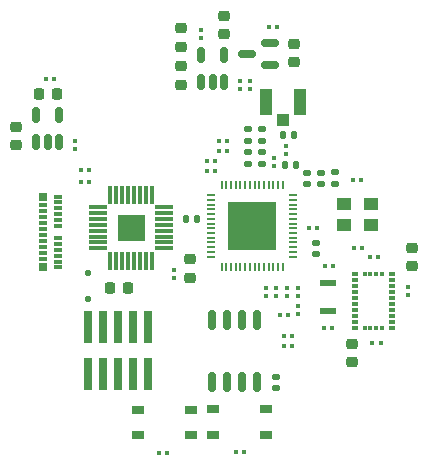
<source format=gbr>
%TF.GenerationSoftware,KiCad,Pcbnew,7.0.7*%
%TF.CreationDate,2024-10-30T15:59:06-07:00*%
%TF.ProjectId,SensingBoard_rev1.1,53656e73-696e-4674-926f-6172645f7265,rev?*%
%TF.SameCoordinates,Original*%
%TF.FileFunction,Paste,Top*%
%TF.FilePolarity,Positive*%
%FSLAX46Y46*%
G04 Gerber Fmt 4.6, Leading zero omitted, Abs format (unit mm)*
G04 Created by KiCad (PCBNEW 7.0.7) date 2024-10-30 15:59:06*
%MOMM*%
%LPD*%
G01*
G04 APERTURE LIST*
G04 Aperture macros list*
%AMRoundRect*
0 Rectangle with rounded corners*
0 $1 Rounding radius*
0 $2 $3 $4 $5 $6 $7 $8 $9 X,Y pos of 4 corners*
0 Add a 4 corners polygon primitive as box body*
4,1,4,$2,$3,$4,$5,$6,$7,$8,$9,$2,$3,0*
0 Add four circle primitives for the rounded corners*
1,1,$1+$1,$2,$3*
1,1,$1+$1,$4,$5*
1,1,$1+$1,$6,$7*
1,1,$1+$1,$8,$9*
0 Add four rect primitives between the rounded corners*
20,1,$1+$1,$2,$3,$4,$5,0*
20,1,$1+$1,$4,$5,$6,$7,0*
20,1,$1+$1,$6,$7,$8,$9,0*
20,1,$1+$1,$8,$9,$2,$3,0*%
G04 Aperture macros list end*
%ADD10C,0.010000*%
%ADD11RoundRect,0.079500X0.079500X0.100500X-0.079500X0.100500X-0.079500X-0.100500X0.079500X-0.100500X0*%
%ADD12R,0.990600X0.711200*%
%ADD13RoundRect,0.140000X-0.140000X-0.170000X0.140000X-0.170000X0.140000X0.170000X-0.140000X0.170000X0*%
%ADD14RoundRect,0.079500X0.100500X-0.079500X0.100500X0.079500X-0.100500X0.079500X-0.100500X-0.079500X0*%
%ADD15R,0.199200X0.754800*%
%ADD16R,0.754800X0.199200*%
%ADD17R,4.038600X4.038600*%
%ADD18RoundRect,0.079500X-0.079500X-0.100500X0.079500X-0.100500X0.079500X0.100500X-0.079500X0.100500X0*%
%ADD19RoundRect,0.225000X-0.225000X-0.250000X0.225000X-0.250000X0.225000X0.250000X-0.225000X0.250000X0*%
%ADD20RoundRect,0.150000X0.150000X-0.512500X0.150000X0.512500X-0.150000X0.512500X-0.150000X-0.512500X0*%
%ADD21R,1.397000X0.609600*%
%ADD22RoundRect,0.140000X-0.170000X0.140000X-0.170000X-0.140000X0.170000X-0.140000X0.170000X0.140000X0*%
%ADD23RoundRect,0.225000X0.250000X-0.225000X0.250000X0.225000X-0.250000X0.225000X-0.250000X-0.225000X0*%
%ADD24R,1.050000X2.200000*%
%ADD25R,1.050000X1.000000*%
%ADD26R,0.700000X0.300000*%
%ADD27R,0.700000X0.650000*%
%ADD28RoundRect,0.140000X0.170000X-0.140000X0.170000X0.140000X-0.170000X0.140000X-0.170000X-0.140000X0*%
%ADD29R,0.660400X2.768600*%
%ADD30RoundRect,0.150000X0.587500X0.150000X-0.587500X0.150000X-0.587500X-0.150000X0.587500X-0.150000X0*%
%ADD31RoundRect,0.150000X-0.150000X0.675000X-0.150000X-0.675000X0.150000X-0.675000X0.150000X0.675000X0*%
%ADD32RoundRect,0.218750X-0.256250X0.218750X-0.256250X-0.218750X0.256250X-0.218750X0.256250X0.218750X0*%
%ADD33R,1.300000X1.050000*%
%ADD34RoundRect,0.079500X-0.100500X0.079500X-0.100500X-0.079500X0.100500X-0.079500X0.100500X0.079500X0*%
%ADD35RoundRect,0.033750X-0.101250X0.721750X-0.101250X-0.721750X0.101250X-0.721750X0.101250X0.721750X0*%
%ADD36RoundRect,0.033750X-0.721750X0.101250X-0.721750X-0.101250X0.721750X-0.101250X0.721750X0.101250X0*%
%ADD37RoundRect,0.140000X0.140000X0.170000X-0.140000X0.170000X-0.140000X-0.170000X0.140000X-0.170000X0*%
%ADD38RoundRect,0.225000X-0.250000X0.225000X-0.250000X-0.225000X0.250000X-0.225000X0.250000X0.225000X0*%
%ADD39RoundRect,0.125000X-0.125000X0.125000X-0.125000X-0.125000X0.125000X-0.125000X0.125000X0.125000X0*%
%ADD40R,0.525000X0.300000*%
%ADD41R,0.300000X0.425000*%
G04 APERTURE END LIST*
%TO.C,U7*%
G36*
X136640900Y-61355300D02*
G01*
X135494700Y-61355300D01*
X135494700Y-60209100D01*
X136640900Y-60209100D01*
X136640900Y-61355300D01*
G37*
G36*
X135294700Y-61355300D02*
G01*
X134148500Y-61355300D01*
X134148500Y-60209100D01*
X135294700Y-60209100D01*
X135294700Y-61355300D01*
G37*
G36*
X133948500Y-61355300D02*
G01*
X132802300Y-61355300D01*
X132802300Y-60209100D01*
X133948500Y-60209100D01*
X133948500Y-61355300D01*
G37*
G36*
X136640900Y-62701500D02*
G01*
X135494700Y-62701500D01*
X135494700Y-61555300D01*
X136640900Y-61555300D01*
X136640900Y-62701500D01*
G37*
G36*
X135294700Y-62701500D02*
G01*
X134148500Y-62701500D01*
X134148500Y-61555300D01*
X135294700Y-61555300D01*
X135294700Y-62701500D01*
G37*
G36*
X133948500Y-62701500D02*
G01*
X132802300Y-62701500D01*
X132802300Y-61555300D01*
X133948500Y-61555300D01*
X133948500Y-62701500D01*
G37*
G36*
X136640900Y-64047700D02*
G01*
X135494700Y-64047700D01*
X135494700Y-62901500D01*
X136640900Y-62901500D01*
X136640900Y-64047700D01*
G37*
G36*
X135294700Y-64047700D02*
G01*
X134148500Y-64047700D01*
X134148500Y-62901500D01*
X135294700Y-62901500D01*
X135294700Y-64047700D01*
G37*
G36*
X133948500Y-64047700D02*
G01*
X132802300Y-64047700D01*
X132802300Y-62901500D01*
X133948500Y-62901500D01*
X133948500Y-64047700D01*
G37*
%TO.C,U4*%
D10*
X125540000Y-63356800D02*
X123380000Y-63356800D01*
X123380000Y-61196800D01*
X125540000Y-61196800D01*
X125540000Y-63356800D01*
G36*
X125540000Y-63356800D02*
G01*
X123380000Y-63356800D01*
X123380000Y-61196800D01*
X125540000Y-61196800D01*
X125540000Y-63356800D01*
G37*
%TD*%
D11*
%TO.C,C26*%
X136809000Y-45313600D03*
X136119000Y-45313600D03*
%TD*%
D12*
%TO.C,SW2*%
X131379799Y-77665001D03*
X135879801Y-77665001D03*
X131379799Y-79814999D03*
X135879801Y-79814999D03*
%TD*%
D13*
%TO.C,C15*%
X137322001Y-54459599D03*
X138282001Y-54459599D03*
%TD*%
D14*
%TO.C,R19*%
X135890000Y-68076600D03*
X135890000Y-67386600D03*
%TD*%
D15*
%TO.C,U7*%
X137321600Y-58675999D03*
X136921601Y-58675999D03*
X136521599Y-58675999D03*
X136121600Y-58675999D03*
X135721601Y-58675999D03*
X135321599Y-58675999D03*
X134921600Y-58675999D03*
X134521600Y-58675999D03*
X134121601Y-58675999D03*
X133721599Y-58675999D03*
X133321600Y-58675999D03*
X132921601Y-58675999D03*
X132521599Y-58675999D03*
X132121600Y-58675999D03*
D16*
X131269199Y-59528400D03*
X131269199Y-59928399D03*
X131269199Y-60328401D03*
X131269199Y-60728400D03*
X131269199Y-61128399D03*
X131269199Y-61528401D03*
X131269199Y-61928400D03*
X131269199Y-62328400D03*
X131269199Y-62728399D03*
X131269199Y-63128401D03*
X131269199Y-63528400D03*
X131269199Y-63928399D03*
X131269199Y-64328401D03*
X131269199Y-64728400D03*
D15*
X132121600Y-65580801D03*
X132521599Y-65580801D03*
X132921601Y-65580801D03*
X133321600Y-65580801D03*
X133721599Y-65580801D03*
X134121601Y-65580801D03*
X134521600Y-65580801D03*
X134921600Y-65580801D03*
X135321599Y-65580801D03*
X135721601Y-65580801D03*
X136121600Y-65580801D03*
X136521599Y-65580801D03*
X136921601Y-65580801D03*
X137321600Y-65580801D03*
D16*
X138174001Y-64728400D03*
X138174001Y-64328401D03*
X138174001Y-63928399D03*
X138174001Y-63528400D03*
X138174001Y-63128401D03*
X138174001Y-62728399D03*
X138174001Y-62328400D03*
X138174001Y-61928400D03*
X138174001Y-61528401D03*
X138174001Y-61128399D03*
X138174001Y-60728400D03*
X138174001Y-60328401D03*
X138174001Y-59928399D03*
X138174001Y-59528400D03*
D17*
X134721600Y-62128400D03*
%TD*%
D11*
%TO.C,C12*%
X141569000Y-65481200D03*
X140879000Y-65481200D03*
%TD*%
D18*
%TO.C,C17*%
X143317400Y-63957200D03*
X144007400Y-63957200D03*
%TD*%
D19*
%TO.C,C21*%
X116674600Y-50952400D03*
X118224600Y-50952400D03*
%TD*%
D20*
%TO.C,U5*%
X116448800Y-55036300D03*
X117398800Y-55036300D03*
X118348800Y-55036300D03*
X118348800Y-52761300D03*
X116448800Y-52761300D03*
%TD*%
%TO.C,U3*%
X130418800Y-49956300D03*
X131368800Y-49956300D03*
X132318800Y-49956300D03*
X132318800Y-47681300D03*
X130418800Y-47681300D03*
%TD*%
D14*
%TO.C,C20*%
X119684800Y-55600200D03*
X119684800Y-54910200D03*
%TD*%
D21*
%TO.C,XTAL2*%
X141122400Y-69316600D03*
X141122400Y-66929000D03*
%TD*%
D11*
%TO.C,R7*%
X145592800Y-72034400D03*
X144902800Y-72034400D03*
%TD*%
D14*
%TO.C,R8*%
X147929600Y-68000000D03*
X147929600Y-67310000D03*
%TD*%
D22*
%TO.C,C36*%
X140106400Y-63578800D03*
X140106400Y-64538800D03*
%TD*%
D23*
%TO.C,C5*%
X128676400Y-50152600D03*
X128676400Y-48602600D03*
%TD*%
%TO.C,C7*%
X128676400Y-46952200D03*
X128676400Y-45402200D03*
%TD*%
D24*
%TO.C,ANT1*%
X135847001Y-51616399D03*
X138797001Y-51616399D03*
D25*
X137322001Y-53141399D03*
%TD*%
D26*
%TO.C,J1*%
X118292000Y-59638400D03*
X118292000Y-60138400D03*
X118292000Y-60638400D03*
X118292000Y-61138400D03*
X118292000Y-61638400D03*
X118292000Y-62138400D03*
X118292000Y-63138400D03*
X118292000Y-63638400D03*
X118292000Y-64138400D03*
X118292000Y-64638400D03*
X118292000Y-65138400D03*
X118292000Y-65638400D03*
D27*
X116992000Y-65563400D03*
D26*
X116992000Y-64888400D03*
X116992000Y-64388400D03*
X116992000Y-63888400D03*
X116992000Y-63388400D03*
X116992000Y-62888400D03*
X116992000Y-62388400D03*
X116992000Y-61888400D03*
X116992000Y-61388400D03*
X116992000Y-60888400D03*
X116992000Y-60388400D03*
D27*
X116992000Y-59713400D03*
%TD*%
D22*
%TO.C,C30*%
X134366000Y-55908000D03*
X134366000Y-56868000D03*
%TD*%
D11*
%TO.C,R20*%
X138114600Y-71424800D03*
X137424600Y-71424800D03*
%TD*%
D28*
%TO.C,C18*%
X135534400Y-56868000D03*
X135534400Y-55908000D03*
%TD*%
D18*
%TO.C,R17*%
X131923000Y-54914800D03*
X132613000Y-54914800D03*
%TD*%
D14*
%TO.C,R1*%
X128117600Y-66522200D03*
X128117600Y-65832200D03*
%TD*%
D28*
%TO.C,C4*%
X136753600Y-75867200D03*
X136753600Y-74907200D03*
%TD*%
D29*
%TO.C,J2*%
X125933200Y-74702796D03*
X124663200Y-74702796D03*
X123393200Y-74702796D03*
X122123200Y-74702796D03*
X120853200Y-74702796D03*
X125933200Y-70662800D03*
X124663200Y-70662800D03*
X123393200Y-70662800D03*
X122123200Y-70662800D03*
X120853200Y-70662800D03*
%TD*%
D11*
%TO.C,C11*%
X141482600Y-70764400D03*
X140792600Y-70764400D03*
%TD*%
D14*
%TO.C,R11*%
X138582400Y-69574800D03*
X138582400Y-68884800D03*
%TD*%
D30*
%TO.C,U6*%
X136194800Y-48514000D03*
X136194800Y-46614000D03*
X134319800Y-47564000D03*
%TD*%
D18*
%TO.C,R16*%
X131933600Y-55778400D03*
X132623600Y-55778400D03*
%TD*%
D31*
%TO.C,U8*%
X135102600Y-70069800D03*
X133832600Y-70069800D03*
X132562600Y-70069800D03*
X131292600Y-70069800D03*
X131292600Y-75319800D03*
X132562600Y-75319800D03*
X133832600Y-75319800D03*
X135102600Y-75319800D03*
%TD*%
D28*
%TO.C,C34*%
X140563600Y-58567200D03*
X140563600Y-57607200D03*
%TD*%
D14*
%TO.C,R14*%
X136753600Y-68050800D03*
X136753600Y-67360800D03*
%TD*%
D23*
%TO.C,C10*%
X148285200Y-65545000D03*
X148285200Y-63995000D03*
%TD*%
D32*
%TO.C,D2*%
X129489200Y-64947700D03*
X129489200Y-66522700D03*
%TD*%
D11*
%TO.C,R5*%
X127508000Y-81330800D03*
X126818000Y-81330800D03*
%TD*%
D18*
%TO.C,R3*%
X120214000Y-57404000D03*
X120904000Y-57404000D03*
%TD*%
D11*
%TO.C,R12*%
X137759000Y-69646800D03*
X137069000Y-69646800D03*
%TD*%
D33*
%TO.C,Y1*%
X142512400Y-62038200D03*
X144812400Y-62038200D03*
X144812400Y-60288200D03*
X142512400Y-60288200D03*
%TD*%
D18*
%TO.C,C22*%
X117257000Y-49682400D03*
X117947000Y-49682400D03*
%TD*%
D19*
%TO.C,C13*%
X122669000Y-67360800D03*
X124219000Y-67360800D03*
%TD*%
D34*
%TO.C,L2*%
X136601200Y-56332600D03*
X136601200Y-57022600D03*
%TD*%
D11*
%TO.C,C16*%
X143916400Y-58267600D03*
X143226400Y-58267600D03*
%TD*%
D14*
%TO.C,C8*%
X130352800Y-46217400D03*
X130352800Y-45527400D03*
%TD*%
D35*
%TO.C,U4*%
X126210000Y-59476300D03*
X125710000Y-59476300D03*
X125210000Y-59476300D03*
X124710000Y-59476300D03*
X124210000Y-59476300D03*
X123710000Y-59476300D03*
X123210000Y-59476300D03*
X122710000Y-59476300D03*
D36*
X121659500Y-60526800D03*
X121659500Y-61026800D03*
X121659500Y-61526800D03*
X121659500Y-62026800D03*
X121659500Y-62526800D03*
X121659500Y-63026800D03*
X121659500Y-63526800D03*
X121659500Y-64026800D03*
D35*
X122710000Y-65077300D03*
X123210000Y-65077300D03*
X123710000Y-65077300D03*
X124210000Y-65077300D03*
X124710000Y-65077300D03*
X125210000Y-65077300D03*
X125710000Y-65077300D03*
X126210000Y-65077300D03*
D36*
X127260500Y-64026800D03*
X127260500Y-63526800D03*
X127260500Y-63026800D03*
X127260500Y-62526800D03*
X127260500Y-62026800D03*
X127260500Y-61526800D03*
X127260500Y-61026800D03*
X127260500Y-60526800D03*
%TD*%
D14*
%TO.C,R9*%
X137668000Y-68050800D03*
X137668000Y-67360800D03*
%TD*%
D13*
%TO.C,C14*%
X137492800Y-56946800D03*
X138452800Y-56946800D03*
%TD*%
D12*
%TO.C,SW1*%
X125014998Y-77673200D03*
X129515000Y-77673200D03*
X125014998Y-79823198D03*
X129515000Y-79823198D03*
%TD*%
D18*
%TO.C,R4*%
X120239000Y-58369200D03*
X120929000Y-58369200D03*
%TD*%
D11*
%TO.C,R6*%
X145379000Y-64719200D03*
X144689000Y-64719200D03*
%TD*%
D37*
%TO.C,C37*%
X130070800Y-61569600D03*
X129110800Y-61569600D03*
%TD*%
D23*
%TO.C,C23*%
X132334000Y-45885400D03*
X132334000Y-44335400D03*
%TD*%
D14*
%TO.C,L1*%
X137566400Y-56037000D03*
X137566400Y-55347000D03*
%TD*%
D38*
%TO.C,C25*%
X138277600Y-46736000D03*
X138277600Y-48286000D03*
%TD*%
D18*
%TO.C,R15*%
X130856200Y-56591200D03*
X131546200Y-56591200D03*
%TD*%
D28*
%TO.C,C31*%
X135534400Y-54914800D03*
X135534400Y-53954800D03*
%TD*%
D18*
%TO.C,R21*%
X133371200Y-81280000D03*
X134061200Y-81280000D03*
%TD*%
D28*
%TO.C,C35*%
X141732000Y-58544400D03*
X141732000Y-57584400D03*
%TD*%
D14*
%TO.C,R18*%
X138582400Y-68050800D03*
X138582400Y-67360800D03*
%TD*%
D28*
%TO.C,C32*%
X134366000Y-54914800D03*
X134366000Y-53954800D03*
%TD*%
%TO.C,C33*%
X139395200Y-58567200D03*
X139395200Y-57607200D03*
%TD*%
D18*
%TO.C,R26*%
X139507400Y-62331600D03*
X140197400Y-62331600D03*
%TD*%
D23*
%TO.C,C19*%
X114706400Y-55270400D03*
X114706400Y-53720400D03*
%TD*%
D39*
%TO.C,D3*%
X120853200Y-66108400D03*
X120853200Y-68308400D03*
%TD*%
D40*
%TO.C,U2*%
X143420700Y-70728400D03*
D41*
X144233200Y-70790900D03*
X144733200Y-70790900D03*
X145233200Y-70790900D03*
X145733200Y-70790900D03*
D40*
X146545700Y-70728400D03*
X146545700Y-70228400D03*
X146545700Y-69728400D03*
X146545700Y-69228400D03*
X146545700Y-68728400D03*
X146545700Y-68228400D03*
X146545700Y-67728400D03*
X146545700Y-67228400D03*
X146545700Y-66728400D03*
X146545700Y-66228400D03*
D41*
X145733200Y-66165900D03*
X145233200Y-66165900D03*
X144733200Y-66165900D03*
X144233200Y-66165900D03*
D40*
X143420700Y-66228400D03*
X143420700Y-66728400D03*
X143420700Y-67228400D03*
X143420700Y-67728400D03*
X143420700Y-68228400D03*
X143420700Y-68728400D03*
X143420700Y-69228400D03*
X143420700Y-69728400D03*
X143420700Y-70228400D03*
%TD*%
D14*
%TO.C,C6*%
X133654800Y-50535400D03*
X133654800Y-49845400D03*
%TD*%
D38*
%TO.C,C9*%
X143154400Y-72136000D03*
X143154400Y-73686000D03*
%TD*%
D18*
%TO.C,R10*%
X130871400Y-57454800D03*
X131561400Y-57454800D03*
%TD*%
D14*
%TO.C,C24*%
X134569200Y-50524800D03*
X134569200Y-49834800D03*
%TD*%
D18*
%TO.C,R13*%
X137435200Y-72288400D03*
X138125200Y-72288400D03*
%TD*%
M02*

</source>
